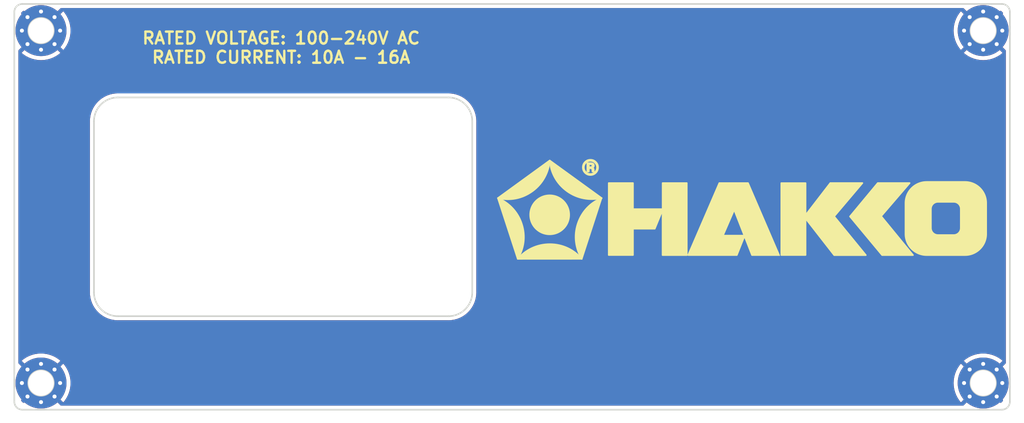
<source format=kicad_pcb>
(kicad_pcb (version 20211014) (generator pcbnew)
  (layers (0 "F.Cu" signal) (31 "B.Cu" signal) (34 "B.Paste" user) (35 "F.Paste" user) (36 "B.SilkS" user "B.Silkscreen") (37 "F.SilkS" user "F.Silkscreen") (38 "B.Mask" user) (39 "F.Mask" user) (44 "Edge.Cuts" user))
  (net 0 "")
  (net 1 "GND")
  (footprint "MountingHole:MountingHole_3.2mm_M3_Pad_Via" (layer "F.Cu") (at 200.15 35.85)
    (fp_text reference "H4")
    (fp_text value "MountingHole")
    (pad "1" thru_hole circle (at -2.4 0) (size 0.8 0.8) (drill 0.5) (layers *.Cu *.Mask) (net 1 "GND"))
    (pad "1" thru_hole circle (at -1.697056 -1.697056) (size 0.8 0.8) (drill 0.5) (layers *.Cu *.Mask) (net 1 "GND"))
    (pad "1" thru_hole circle (at 2.4 0) (size 0.8 0.8) (drill 0.5) (layers *.Cu *.Mask) (net 1 "GND"))
    (pad "1" thru_hole circle (at 0 2.4) (size 0.8 0.8) (drill 0.5) (layers *.Cu *.Mask) (net 1 "GND"))
    (pad "1" thru_hole circle (at 1.697056 1.697056) (size 0.8 0.8) (drill 0.5) (layers *.Cu *.Mask) (net 1 "GND"))
    (pad "1" thru_hole circle (at -1.697056 1.697056) (size 0.8 0.8) (drill 0.5) (layers *.Cu *.Mask) (net 1 "GND"))
    (pad "1" thru_hole circle (at 1.697056 -1.697056) (size 0.8 0.8) (drill 0.5) (layers *.Cu *.Mask) (net 1 "GND"))
    (pad "1" thru_hole circle (at 0 -2.4) (size 0.8 0.8) (drill 0.5) (layers *.Cu *.Mask) (net 1 "GND"))
    (pad "1" thru_hole circle (at 0 0) (size 6.4 6.4) (drill 3.2) (layers *.Cu *.Mask) (net 1 "GND"))
  )
  (footprint "MountingHole:MountingHole_3.2mm_M3_Pad_Via" (layer "F.Cu") (at 200.15 80.15)
    (fp_text reference "H2")
    (fp_text value "MountingHole")
    (pad "1" thru_hole circle (at -1.697056 1.697056) (size 0.8 0.8) (drill 0.5) (layers *.Cu *.Mask) (net 1 "GND"))
    (pad "1" thru_hole circle (at 2.4 0) (size 0.8 0.8) (drill 0.5) (layers *.Cu *.Mask) (net 1 "GND"))
    (pad "1" thru_hole circle (at 0 2.4) (size 0.8 0.8) (drill 0.5) (layers *.Cu *.Mask) (net 1 "GND"))
    (pad "1" thru_hole circle (at 1.697056 1.697056) (size 0.8 0.8) (drill 0.5) (layers *.Cu *.Mask) (net 1 "GND"))
    (pad "1" thru_hole circle (at 0 -2.4) (size 0.8 0.8) (drill 0.5) (layers *.Cu *.Mask) (net 1 "GND"))
    (pad "1" thru_hole circle (at -1.697056 -1.697056) (size 0.8 0.8) (drill 0.5) (layers *.Cu *.Mask) (net 1 "GND"))
    (pad "1" thru_hole circle (at 0 0) (size 6.4 6.4) (drill 3.2) (layers *.Cu *.Mask) (net 1 "GND"))
    (pad "1" thru_hole circle (at -2.4 0) (size 0.8 0.8) (drill 0.5) (layers *.Cu *.Mask) (net 1 "GND"))
    (pad "1" thru_hole circle (at 1.697056 -1.697056) (size 0.8 0.8) (drill 0.5) (layers *.Cu *.Mask) (net 1 "GND"))
  )
  (footprint "MountingHole:MountingHole_3.2mm_M3_Pad_Via" (layer "F.Cu") (at 81.85 80.15)
    (fp_text reference "H1")
    (fp_text value "MountingHole")
    (pad "1" thru_hole circle (at -2.4 0) (size 0.8 0.8) (drill 0.5) (layers *.Cu *.Mask) (net 1 "GND"))
    (pad "1" thru_hole circle (at 0 0) (size 6.4 6.4) (drill 3.2) (layers *.Cu *.Mask) (net 1 "GND"))
    (pad "1" thru_hole circle (at 0 -2.4) (size 0.8 0.8) (drill 0.5) (layers *.Cu *.Mask) (net 1 "GND"))
    (pad "1" thru_hole circle (at 2.4 0) (size 0.8 0.8) (drill 0.5) (layers *.Cu *.Mask) (net 1 "GND"))
    (pad "1" thru_hole circle (at -1.697056 -1.697056) (size 0.8 0.8) (drill 0.5) (layers *.Cu *.Mask) (net 1 "GND"))
    (pad "1" thru_hole circle (at 1.697056 1.697056) (size 0.8 0.8) (drill 0.5) (layers *.Cu *.Mask) (net 1 "GND"))
    (pad "1" thru_hole circle (at 0 2.4) (size 0.8 0.8) (drill 0.5) (layers *.Cu *.Mask) (net 1 "GND"))
    (pad "1" thru_hole circle (at 1.697056 -1.697056) (size 0.8 0.8) (drill 0.5) (layers *.Cu *.Mask) (net 1 "GND"))
    (pad "1" thru_hole circle (at -1.697056 1.697056) (size 0.8 0.8) (drill 0.5) (layers *.Cu *.Mask) (net 1 "GND"))
  )
  (footprint "MountingHole:MountingHole_3.2mm_M3_Pad_Via" (layer "F.Cu") (at 81.85 35.85)
    (fp_text reference "H3")
    (fp_text value "MountingHole")
    (pad "1" thru_hole circle (at -1.697056 1.697056) (size 0.8 0.8) (drill 0.5) (layers *.Cu *.Mask) (net 1 "GND"))
    (pad "1" thru_hole circle (at 1.697056 -1.697056) (size 0.8 0.8) (drill 0.5) (layers *.Cu *.Mask) (net 1 "GND"))
    (pad "1" thru_hole circle (at -2.4 0) (size 0.8 0.8) (drill 0.5) (layers *.Cu *.Mask) (net 1 "GND"))
    (pad "1" thru_hole circle (at 1.697056 1.697056) (size 0.8 0.8) (drill 0.5) (layers *.Cu *.Mask) (net 1 "GND"))
    (pad "1" thru_hole circle (at 0 -2.4) (size 0.8 0.8) (drill 0.5) (layers *.Cu *.Mask) (net 1 "GND"))
    (pad "1" thru_hole circle (at 2.4 0) (size 0.8 0.8) (drill 0.5) (layers *.Cu *.Mask) (net 1 "GND"))
    (pad "1" thru_hole circle (at 0 2.4) (size 0.8 0.8) (drill 0.5) (layers *.Cu *.Mask) (net 1 "GND"))
    (pad "1" thru_hole circle (at 0 0) (size 6.4 6.4) (drill 3.2) (layers *.Cu *.Mask) (net 1 "GND"))
    (pad "1" thru_hole circle (at -1.697056 -1.697056) (size 0.8 0.8) (drill 0.5) (layers *.Cu *.Mask) (net 1 "GND"))
  )
  (gr_poly (pts (xy 145.845489 56.558889) (xy 145.969794 56.568339) (xy 146.092289 56.583902) (xy 146.212821 56.605425) (xy 146.331237 56.632754) (xy 146.447383 56.665736) (xy 146.561105 56.704219) (xy 146.672249 56.748049) (xy 146.780662 56.797073) (xy 146.886191 56.851137) (xy 146.98868 56.910089) (xy 147.087978 56.973775) (xy 147.18393 57.042043) (xy 147.276382 57.114739) (xy 147.365181 57.191709) (xy 147.450173 57.272802) (xy 147.531205 57.357863) (xy 147.608122 57.446739) (xy 147.680772 57.539277) (xy 147.749 57.635325) (xy 147.812653 57.734729) (xy 147.871577 57.837335) (xy 147.925619 57.942991) (xy 147.974624 58.051544) (xy 148.01844 58.16284) (xy 148.056912 58.276726) (xy 148.089887 58.393048) (xy 148.117211 58.511655) (xy 148.13873 58.632393) (xy 148.154292 58.755107) (xy 148.163741 58.879646) (xy 148.166925 59.005857) (xy 148.163741 59.131817) (xy 148.154292 59.256121) (xy 148.13873 59.378616) (xy 148.117211 59.499149) (xy 148.089887 59.617564) (xy 148.056912 59.73371) (xy 148.01844 59.847432) (xy 147.974624 59.958576) (xy 147.925619 60.066989) (xy 147.871577 60.172518) (xy 147.812653 60.275007) (xy 147.749 60.374305) (xy 147.680772 60.470257) (xy 147.608122 60.562709) (xy 147.531205 60.651508) (xy 147.450173 60.7365) (xy 147.365181 60.817532) (xy 147.276382 60.894449) (xy 147.18393 60.967099) (xy 147.087978 61.035327) (xy 146.98868 61.09898) (xy 146.886191 61.157904) (xy 146.780662 61.211946) (xy 146.672249 61.260951) (xy 146.561105 61.304767) (xy 146.447383 61.343239) (xy 146.331237 61.376214) (xy 146.212821 61.403538) (xy 146.092289 61.425057) (xy 145.969794 61.440619) (xy 145.845489 61.450068) (xy 145.719529 61.453252) (xy 145.593323 61.450068) (xy 145.468795 61.440619) (xy 145.346099 61.425057) (xy 145.225387 61.403538) (xy 145.106811 61.376214) (xy 144.990525 61.343239) (xy 144.876681 61.304767) (xy 144.765432 61.260951) (xy 144.65693 61.211946) (xy 144.551327 61.157904) (xy 144.448778 61.09898) (xy 144.349434 61.035327) (xy 144.253448 60.967099) (xy 144.160972 60.894449) (xy 144.07216 60.817532) (xy 143.987163 60.7365) (xy 143.906135 60.651508) (xy 143.829229 60.562709) (xy 143.756596 60.470257) (xy 143.68839 60.374305) (xy 143.624763 60.275007) (xy 143.565868 60.172518) (xy 143.511857 60.066989) (xy 143.462884 59.958576) (xy 143.419101 59.847432) (xy 143.38066 59.73371) (xy 143.347714 59.617564) (xy 143.320416 59.499149) (xy 143.298919 59.378616) (xy 143.283374 59.256121) (xy 143.273936 59.131817) (xy 143.270756 59.005857) (xy 143.273936 58.879646) (xy 143.283374 58.755107) (xy 143.298919 58.632393) (xy 143.320416 58.511655) (xy 143.347714 58.393048) (xy 143.38066 58.276726) (xy 143.419101 58.16284) (xy 143.462884 58.051544) (xy 143.511857 57.942991) (xy 143.565868 57.837335) (xy 143.624763 57.734729) (xy 143.68839 57.635325) (xy 143.756596 57.539277) (xy 143.829229 57.446739) (xy 143.906135 57.357863) (xy 143.987163 57.272802) (xy 144.07216 57.191709) (xy 144.160972 57.114739) (xy 144.253448 57.042043) (xy 144.349434 56.973775) (xy 144.448778 56.910089) (xy 144.551327 56.851137) (xy 144.65693 56.797073) (xy 144.765432 56.748049) (xy 144.876681 56.704219) (xy 144.990525 56.665736) (xy 145.106811 56.632754) (xy 145.225387 56.605425) (xy 145.346099 56.583902) (xy 145.468795 56.568339) (xy 145.593323 56.558889) (xy 145.719529 56.555705)) (layer "F.SilkS") (width 0.2) (fill solid))
  (gr_poly (pts (xy 145.689525 52.456778) (xy 145.645051 52.732464) (xy 145.586204 53.005498) (xy 145.513082 53.275263) (xy 145.425781 53.541145) (xy 145.324398 53.802527) (xy 145.209031 54.058794) (xy 145.079775 54.30933) (xy 144.936728 54.55352) (xy 144.779987 54.790747) (xy 144.609649 55.020397) (xy 144.42581 55.241853) (xy 144.228567 55.4545) (xy 144.018018 55.657722) (xy 143.794259 55.850903) (xy 143.557388 56.033428) (xy 143.309072 56.20399) (xy 143.055397 56.358645) (xy 142.796881 56.497475) (xy 142.534043 56.620559) (xy 142.267403 56.727978) (xy 141.997478 56.819814) (xy 141.724787 56.896148) (xy 141.44985 56.957058) (xy 141.173185 57.002628) (xy 140.895311 57.032937) (xy 140.616746 57.048065) (xy 140.33801 57.048095) (xy 140.059621 57.033106) (xy 139.782098 57.00318) (xy 139.50596 56.958396) (xy 139.231726 56.898836) (xy 145.719529 52.179056)) (layer "F.SilkS") (width 0.2) (fill solid))
  (gr_poly (pts (xy 150.865746 52.511744) (xy 150.888267 52.512471) (xy 150.909975 52.513488) (xy 150.930867 52.514796) (xy 150.950942 52.516395) (xy 150.970197 52.518284) (xy 150.988631 52.520464) (xy 151.006241 52.522935) (xy 151.023025 52.525697) (xy 151.038982 52.528749) (xy 151.054109 52.532092) (xy 151.068405 52.535725) (xy 151.081867 52.539649) (xy 151.094493 52.543864) (xy 151.106281 52.54837) (xy 151.126063 52.557397) (xy 151.144583 52.567428) (xy 151.16184 52.578464) (xy 151.177831 52.590508) (xy 151.192555 52.60356) (xy 151.206008 52.617624) (xy 151.21819 52.632702) (xy 151.229098 52.648794) (xy 151.238731 52.665904) (xy 151.247086 52.684034) (xy 151.25416 52.703185) (xy 151.259953 52.723359) (xy 151.264463 52.744559) (xy 151.267686 52.766786) (xy 151.269622 52.790043) (xy 151.270267 52.814331) (xy 151.269863 52.831611) (xy 151.268652 52.848311) (xy 151.266634 52.864434) (xy 151.263808 52.879982) (xy 151.262092 52.88754) (xy 151.260174 52.894956) (xy 151.258055 52.902229) (xy 151.255733 52.909359) (xy 151.25321 52.916347) (xy 151.250485 52.923193) (xy 151.247558 52.929897) (xy 151.244429 52.93646) (xy 151.241098 52.942881) (xy 151.237566 52.949161) (xy 151.233832 52.955301) (xy 151.229895 52.9613) (xy 151.225757 52.967158) (xy 151.221417 52.972877) (xy 151.216875 52.978455) (xy 151.212132 52.983895) (xy 151.207186 52.989194) (xy 151.202038 52.994355) (xy 151.196689 52.999377) (xy 151.191138 53.004261) (xy 151.185385 53.009006) (xy 151.17943 53.013613) (xy 151.166915 53.022415) (xy 151.160019 53.026727) (xy 151.152771 53.03088) (xy 151.145171 53.034875) (xy 151.137222 53.038715) (xy 151.128926 53.042401) (xy 151.120284 53.045936) (xy 151.1113 53.049321) (xy 151.101974 53.052559) (xy 151.092309 53.055652) (xy 151.082308 53.058602) (xy 151.0613 53.064079) (xy 151.038969 53.069007) (xy 151.01533 53.073402) (xy 151.030317 53.075986) (xy 151.044788 53.079084) (xy 151.058747 53.082695) (xy 151.072196 53.086817) (xy 151.085135 53.091447) (xy 151.097568 53.096584) (xy 151.109497 53.102226) (xy 151.120922 53.10837) (xy 151.131847 53.115015) (xy 151.142274 53.122159) (xy 151.152204 53.129799) (xy 151.161639 53.137933) (xy 151.170582 53.146561) (xy 151.179034 53.155678) (xy 151.186998 53.165285) (xy 151.194475 53.175377) (xy 151.201241 53.185712) (xy 151.207585 53.196042) (xy 151.213506 53.206365) (xy 151.219 53.216675) (xy 151.224066 53.22697) (xy 151.228703 53.237244) (xy 151.232907 53.247493) (xy 151.236677 53.257715) (xy 151.240012 53.267904) (xy 151.242908 53.278057) (xy 151.245364 53.28817) (xy 151.247379 53.298238) (xy 151.248949 53.308258) (xy 151.250073 53.318225) (xy 151.250749 53.328135) (xy 151.250974 53.337986) (xy 151.250974 53.415156) (xy 151.251017 53.433824) (xy 151.251319 53.45288) (xy 151.251647 53.462674) (xy 151.252137 53.47271) (xy 151.252821 53.483037) (xy 151.25373 53.493704) (xy 151.254315 53.503587) (xy 151.25466 53.508189) (xy 151.255044 53.512566) (xy 151.255468 53.516716) (xy 151.255935 53.52064) (xy 151.256446 53.524338) (xy 151.257003 53.52781) (xy 151.257609 53.531056) (xy 151.258266 53.534076) (xy 151.258975 53.53687) (xy 151.259738 53.539438) (xy 151.260558 53.541779) (xy 151.261436 53.543895) (xy 151.262375 53.545784) (xy 151.263377 53.547447) (xy 151.270267 53.561228) (xy 151.093878 53.561228) (xy 151.093863 53.560468) (xy 151.093817 53.559737) (xy 151.093742 53.55903) (xy 151.093642 53.558343) (xy 151.093517 53.557672) (xy 151.09337 53.557013) (xy 151.093203 53.556362) (xy 151.093017 53.555716) (xy 151.0926 53.554418) (xy 151.092134 53.553089) (xy 151.091636 53.551695) (xy 151.091122 53.550204) (xy 151.091107 53.549671) (xy 151.091063 53.549108) (xy 151.090995 53.548517) (xy 151.090907 53.5479) (xy 151.090686 53.546594) (xy 151.090433 53.545208) (xy 151.09018 53.543757) (xy 151.08996 53.542258) (xy 151.089871 53.541496) (xy 151.089803 53.540727) (xy 151.08976 53.539954) (xy 151.089744 53.539179) (xy 151.08561 53.504728) (xy 151.08561 53.422046) (xy 151.085223 53.399792) (xy 151.08406 53.378506) (xy 151.082122 53.358184) (xy 151.079409 53.338825) (xy 151.075921 53.320427) (xy 151.073886 53.311588) (xy 151.071658 53.302988) (xy 151.069235 53.294628) (xy 151.066619 53.286506) (xy 151.063809 53.278623) (xy 151.060806 53.270979) (xy 151.057608 53.263572) (xy 151.054217 53.256404) (xy 151.050632 53.249473) (xy 151.046853 53.24278) (xy 151.04288 53.236324) (xy 151.038714 53.230105) (xy 151.034354 53.224122) (xy 151.0298 53.218376) (xy 151.025052 53.212866) (xy 151.020111 53.207593) (xy 151.014975 53.202554) (xy 151.009646 53.197751) (xy 151.004123 53.193184) (xy 150.998407 53.188851) (xy 150.992496 53.184753) (xy 150.986392 53.180889) (xy 150.978559 53.176884) (xy 150.970049 53.173138) (xy 150.96086 53.16965) (xy 150.950993 53.16642) (xy 150.940448 53.163449) (xy 150.929224 53.160736) (xy 150.917322 53.158281) (xy 150.904742 53.156085) (xy 150.891484 53.154147) (xy 150.877548 53.152467) (xy 150.84764 53.149884) (xy 150.815019 53.148333) (xy 150.779686 53.147816) (xy 150.633613 53.147816) (xy 150.633613 53.561228) (xy 150.448956 53.561228) (xy 150.448956 53.018281) (xy 150.633613 53.018281) (xy 150.801735 53.018281) (xy 150.83074 53.017896) (xy 150.844522 53.017418) (xy 150.857825 53.016752) (xy 150.870651 53.015901) (xy 150.883003 53.014865) (xy 150.894883 53.013648) (xy 150.906293 53.012252) (xy 150.917234 53.010678) (xy 150.927709 53.008928) (xy 150.93772 53.007005) (xy 150.947268 53.00491) (xy 150.956356 53.002645) (xy 150.964986 53.000213) (xy 150.97316 52.997615) (xy 150.980879 52.994854) (xy 150.994154 52.989122) (xy 151.006586 52.982778) (xy 151.018174 52.975824) (xy 151.028917 52.968262) (xy 151.038812 52.960095) (xy 151.047857 52.951325) (xy 151.05605 52.941953) (xy 151.063389 52.931981) (xy 151.069873 52.921412) (xy 151.075498 52.910248) (xy 151.080264 52.898489) (xy 151.084168 52.88614) (xy 151.087207 52.873201) (xy 151.089381 52.859675) (xy 151.090687 52.845563) (xy 151.091122 52.830868) (xy 151.090832 52.816705) (xy 151.089965 52.803153) (xy 151.089316 52.796607) (xy 151.088524 52.790212) (xy 151.08759 52.783969) (xy 151.086514 52.777878) (xy 151.085297 52.771938) (xy 151.083939 52.766149) (xy 151.082441 52.760511) (xy 151.080803 52.755024) (xy 151.079026 52.749688) (xy 151.07711 52.744501) (xy 151.075055 52.739464) (xy 151.072863 52.734577) (xy 151.070534 52.729839) (xy 151.068068 52.725251) (xy 151.065465 52.720811) (xy 151.062727 52.71652) (xy 151.059854 52.712377) (xy 151.056845 52.708383) (xy 151.053703 52.704536) (xy 151.050427 52.700837) (xy 151.047018 52.697285) (xy 151.043476 52.69388) (xy 151.039801 52.690622) (xy 151.035995 52.687511) (xy 151.032058 52.684546) (xy 151.02799 52.681728) (xy 151.023792 52.679055) (xy 151.019464 52.676527) (xy 151.01034 52.671779) (xy 151.00054 52.667352) (xy 150.990066 52.663244) (xy 150.97892 52.659452) (xy 150.967103 52.655976) (xy 150.954618 52.652813) (xy 150.941468 52.64996) (xy 150.927653 52.647416) (xy 150.913175 52.645179) (xy 150.898038 52.643247) (xy 150.882243 52.641618) (xy 150.865792 52.640289) (xy 150.830929 52.638526) (xy 150.793466 52.637942) (xy 150.633613 52.637942) (xy 150.633613 53.018281) (xy 150.448956 53.018281) (xy 150.448956 52.511163) (xy 150.81827 52.511163)) (layer "F.SilkS") (width 0.2) (fill solid))
  (gr_poly (pts (xy 156.178838 58.292033) (xy 159.900921 58.292033) (xy 159.900921 55.01368) (xy 162.933983 55.01368) (xy 162.933983 64.068769) (xy 159.894031 64.068769) (xy 159.894031 58.369203) (xy 158.917001 60.750453) (xy 156.178838 60.750453) (xy 156.178838 64.061878) (xy 153.134753 64.061878) (xy 153.134753 55.01368) (xy 156.178838 55.01368)) (layer "F.SilkS") (width 0.2) (fill solid))
  (gr_poly (pts (xy 146.031508 62.701581) (xy 146.327446 62.725625) (xy 146.618002 62.765257) (xy 146.902812 62.820115) (xy 147.181509 62.889839) (xy 147.453728 62.974065) (xy 147.719105 63.072435) (xy 147.977272 63.184585) (xy 148.227867 63.310155) (xy 148.470521 63.448784) (xy 148.704872 63.600109) (xy 148.930552 63.76377) (xy 149.147197 63.939406) (xy 149.354442 64.126655) (xy 149.55192 64.325155) (xy 149.739267 64.534546) (xy 141.71495 64.540058) (xy 141.902466 64.332877) (xy 142.100411 64.135887) (xy 142.308365 63.949527) (xy 142.525904 63.774235) (xy 142.752609 63.610449) (xy 142.988056 63.458608) (xy 143.231824 63.319148) (xy 143.48349 63.192509) (xy 143.742634 63.079128) (xy 144.008832 62.979443) (xy 144.281664 62.893893) (xy 144.560707 62.822915) (xy 144.845539 62.766947) (xy 145.135739 62.726428) (xy 145.430885 62.701795) (xy 145.730554 62.693487)) (layer "F.SilkS") (width 0.2) (fill solid))
  (gr_poly (pts (xy 139.475551 57.014373) (xy 139.723995 57.141686) (xy 139.965475 57.281874) (xy 140.199431 57.434656) (xy 140.425306 57.599752) (xy 140.642538 57.776881) (xy 140.85057 57.965762) (xy 141.048841 58.166115) (xy 141.236794 58.377659) (xy 141.413868 58.600113) (xy 141.579505 58.833198) (xy 141.733145 59.076632) (xy 141.87423 59.330134) (xy 142.002199 59.593425) (xy 142.116495 59.866224) (xy 142.216557 60.14825) (xy 142.302152 60.437305) (xy 142.370991 60.726429) (xy 142.423306 61.015173) (xy 142.459328 61.303089) (xy 142.47929 61.58973) (xy 142.483425 61.874647) (xy 142.471964 62.157392) (xy 142.445139 62.437516) (xy 142.403182 62.714573) (xy 142.346326 62.988112) (xy 142.274803 63.257688) (xy 142.188845 63.522851) (xy 142.088684 63.783152) (xy 141.974552 64.038145) (xy 141.846681 64.287381) (xy 141.705304 64.530412) (xy 139.220701 56.900214)) (layer "F.SilkS") (width 0.2) (fill solid))
  (gr_poly (pts (xy 149.746157 64.534546) (xy 149.607747 64.292438) (xy 149.482107 64.043456) (xy 149.369539 63.788156) (xy 149.270346 63.527092) (xy 149.184832 63.260821) (xy 149.113298 62.989897) (xy 149.056049 62.714875) (xy 149.013385 62.436311) (xy 148.985611 62.154759) (xy 148.973029 61.870774) (xy 148.975942 61.584912) (xy 148.994653 61.297728) (xy 149.029464 61.009777) (xy 149.080678 60.721614) (xy 149.148598 60.433794) (xy 149.233527 60.146873) (xy 149.3338 59.862562) (xy 149.447761 59.588043) (xy 149.574952 59.323549) (xy 149.714914 59.069311) (xy 149.867191 58.825562) (xy 150.031322 58.592534) (xy 150.206851 58.370459) (xy 150.393318 58.159569) (xy 150.590266 57.960096) (xy 150.797237 57.772273) (xy 151.013772 57.596331) (xy 151.239412 57.432503) (xy 151.473701 57.281021) (xy 151.716179 57.142117) (xy 151.966388 57.016023) (xy 152.22387 56.902971)) (layer "F.SilkS") (width 0.2) (fill solid))
  (gr_poly (pts (xy 174.513639 64.063257) (xy 171.120908 64.063257) (xy 170.180264 61.657971) (xy 169.220592 64.063257) (xy 163.114505 64.063257) (xy 164.167932 61.621373) (xy 167.469106 61.621373) (xy 170.165952 61.621373) (xy 170.180264 61.657971) (xy 170.194866 61.621373) (xy 170.165952 61.621373) (xy 168.887108 58.351289) (xy 167.469106 61.621373) (xy 164.167932 61.621373) (xy 167.018488 55.01368) (xy 170.624815 55.01368)) (layer "F.SilkS") (width 0.2) (fill solid))
  (gr_poly (pts (xy 152.22387 56.890569) (xy 151.951026 56.947752) (xy 151.675516 56.990562) (xy 151.397966 57.018904) (xy 151.119006 57.032678) (xy 150.839263 57.03179) (xy 150.559364 57.016142) (xy 150.279937 56.985637) (xy 150.001611 56.940178) (xy 149.725013 56.879668) (xy 149.45077 56.80401) (xy 149.179511 56.713108) (xy 148.911863 56.606865) (xy 148.648454 56.485183) (xy 148.389912 56.347966) (xy 148.136865 56.195116) (xy 147.88994 56.026538) (xy 147.650722 55.842622) (xy 147.425075 55.64881) (xy 147.21307 55.445608) (xy 147.014778 55.23352) (xy 146.830268 55.013051) (xy 146.659613 54.784705) (xy 146.502881 54.548987) (xy 146.360145 54.306402) (xy 146.231474 54.057454) (xy 146.11694 53.802648) (xy 146.016613 53.542489) (xy 145.930563 53.277481) (xy 145.858862 53.008129) (xy 145.801579 52.734938) (xy 145.758786 52.458412) (xy 145.730554 52.179056)) (layer "F.SilkS") (width 0.2) (fill solid))
  (gr_poly (pts (xy 181.436903 59.204294) (xy 185.415296 64.072903) (xy 181.443792 64.072903) (xy 177.847112 59.452341) (xy 177.847112 64.059122) (xy 174.800268 64.059122) (xy 174.800268 55.019192) (xy 177.847112 55.019192) (xy 177.847112 59.049954) (xy 180.954588 55.010924) (xy 184.983972 55.010924)) (layer "F.SilkS") (width 0.2) (fill solid))
  (gr_poly (pts (xy 187.334905 59.178111) (xy 191.336729 64.067391) (xy 187.458929 64.067391) (xy 183.429544 59.215318) (xy 186.914602 55.010924) (xy 190.913671 55.010924)) (layer "F.SilkS") (width 0.2) (fill solid))
  (gr_poly (pts (xy 150.884207 52.087809) (xy 150.932669 52.091057) (xy 150.980196 52.096474) (xy 151.026785 52.10406) (xy 151.072438 52.113818) (xy 151.117154 52.125751) (xy 151.160934 52.139859) (xy 151.203777 52.156146) (xy 151.245683 52.174612) (xy 151.286653 52.195261) (xy 151.326686 52.218094) (xy 151.365782 52.243113) (xy 151.403942 52.27032) (xy 151.441165 52.299717) (xy 151.477452 52.331307) (xy 151.512802 52.365091) (xy 151.546844 52.400425) (xy 151.578689 52.436663) (xy 151.608339 52.473805) (xy 151.635792 52.511852) (xy 151.661049 52.550803) (xy 151.684109 52.590658) (xy 151.704974 52.631418) (xy 151.723642 52.673082) (xy 151.740114 52.715651) (xy 151.754389 52.759123) (xy 151.766469 52.803501) (xy 151.776352 52.848782) (xy 151.784039 52.894968) (xy 151.78953 52.942058) (xy 151.792824 52.990053) (xy 151.793922 53.038951) (xy 151.792824 53.088109) (xy 151.78953 53.136364) (xy 151.784039 53.183719) (xy 151.776352 53.230176) (xy 151.766469 53.275736) (xy 151.754389 53.320402) (xy 151.740114 53.364176) (xy 151.723642 53.40706) (xy 151.704974 53.449055) (xy 151.684109 53.490165) (xy 151.661049 53.53039) (xy 151.635792 53.569733) (xy 151.608339 53.608196) (xy 151.578689 53.645781) (xy 151.546844 53.682489) (xy 151.512802 53.718324) (xy 151.477452 53.752139) (xy 151.441165 53.783816) (xy 151.403942 53.813349) (xy 151.365782 53.840733) (xy 151.326686 53.86596) (xy 151.286653 53.889026) (xy 151.245683 53.909924) (xy 151.203777 53.928647) (xy 151.160934 53.945191) (xy 151.117154 53.959548) (xy 151.072438 53.971713) (xy 151.026785 53.98168) (xy 150.980196 53.989443) (xy 150.932669 53.994995) (xy 150.884207 53.998331) (xy 150.834807 53.999444) (xy 150.78565 53.998331) (xy 150.7374 53.994995) (xy 150.690057 53.989443) (xy 150.643626 53.98168) (xy 150.598106 53.971713) (xy 150.553502 53.959548) (xy 150.509813 53.945191) (xy 150.467043 53.928647) (xy 150.425194 53.909924) (xy 150.384267 53.889026) (xy 150.344264 53.86596) (xy 150.305188 53.840733) (xy 150.267041 53.813349) (xy 150.229824 53.783816) (xy 150.19354 53.752139) (xy 150.15819 53.718324) (xy 150.124649 53.682732) (xy 150.093272 53.646233) (xy 150.064059 53.608826) (xy 150.037009 53.570508) (xy 150.012124 53.531278) (xy 149.989402 53.491134) (xy 149.968845 53.450073) (xy 149.950451 53.408093) (xy 149.934221 53.365193) (xy 149.920156 53.321371) (xy 149.908254 53.276624) (xy 149.898516 53.230951) (xy 149.890942 53.184349) (xy 149.885532 53.136816) (xy 149.882286 53.088351) (xy 149.881235 53.040329) (xy 150.01074 53.040329) (xy 150.011676 53.083075) (xy 150.014484 53.125014) (xy 150.019161 53.166145) (xy 150.025705 53.206469) (xy 150.034114 53.245985) (xy 150.044386 53.284694) (xy 150.05652 53.322596) (xy 150.070513 53.35969) (xy 150.086362 53.395976) (xy 150.104067 53.431455) (xy 150.123625 53.466127) (xy 150.145035 53.499991) (xy 150.168293 53.533048) (xy 150.193398 53.565297) (xy 150.220348 53.596739) (xy 150.249141 53.627374) (xy 150.27976 53.656667) (xy 150.311156 53.684086) (xy 150.343331 53.709627) (xy 150.376287 53.733289) (xy 150.410026 53.755069) (xy 150.444551 53.774967) (xy 150.479863 53.792978) (xy 150.515964 53.809103) (xy 150.552856 53.823337) (xy 150.590542 53.835681) (xy 150.629023 53.846131) (xy 150.668301 53.854686) (xy 150.708379 53.861343) (xy 150.749258 53.8661) (xy 150.790941 53.868956) (xy 150.833429 53.869908) (xy 150.876159 53.868956) (xy 150.918052 53.8661) (xy 150.959109 53.861343) (xy 150.999332 53.854686) (xy 151.038723 53.846131) (xy 151.077285 53.835681) (xy 151.115019 53.823337) (xy 151.151928 53.809103) (xy 151.188013 53.792978) (xy 151.223277 53.774967) (xy 151.25772 53.755069) (xy 151.291347 53.733289) (xy 151.324158 53.709627) (xy 151.356155 53.684086) (xy 151.387341 53.656667) (xy 151.417718 53.627374) (xy 151.446769 53.596739) (xy 151.473975 53.565297) (xy 151.499332 53.533048) (xy 151.522836 53.499991) (xy 151.544483 53.466127) (xy 151.564269 53.431455) (xy 151.582189 53.395976) (xy 151.59824 53.35969) (xy 151.612419 53.322596) (xy 151.624719 53.284694) (xy 151.635139 53.245985) (xy 151.643673 53.206469) (xy 151.650317 53.166145) (xy 151.655068 53.125014) (xy 151.657922 53.083075) (xy 151.658874 53.040329) (xy 151.657922 52.998084) (xy 151.655068 52.956614) (xy 151.650317 52.915918) (xy 151.643673 52.875998) (xy 151.635139 52.836853) (xy 151.624719 52.798484) (xy 151.612419 52.760889) (xy 151.59824 52.72407) (xy 151.582189 52.688025) (xy 151.564269 52.652756) (xy 151.544483 52.618262) (xy 151.522836 52.584543) (xy 151.499332 52.551599) (xy 151.473975 52.519431) (xy 151.446769 52.488037) (xy 151.417718 52.457419) (xy 151.387099 52.428141) (xy 151.355703 52.400766) (xy 151.323528 52.375293) (xy 151.290572 52.351719) (xy 151.256832 52.330043) (xy 151.222308 52.310262) (xy 151.186996 52.292375) (xy 151.150894 52.27638) (xy 151.114002 52.262273) (xy 151.076316 52.250054) (xy 151.037835 52.239721) (xy 150.998557 52.23127) (xy 150.958479 52.224701) (xy 150.9176 52.220012) (xy 150.875917 52.2172) (xy 150.833429 52.216263) (xy 150.791184 52.2172) (xy 150.749713 52.220012) (xy 150.709018 52.224701) (xy 150.669098 52.23127) (xy 150.629953 52.239721) (xy 150.591584 52.250054) (xy 150.553989 52.262273) (xy 150.51717 52.27638) (xy 150.481125 52.292375) (xy 150.445856 52.310262) (xy 150.411362 52.330043) (xy 150.377643 52.351719) (xy 150.3447 52.375293) (xy 150.312531 52.400766) (xy 150.281138 52.428141) (xy 150.250519 52.457419) (xy 150.221484 52.488037) (xy 150.194321 52.519431) (xy 150.169032 52.551599) (xy 150.145616 52.584543) (xy 150.124073 52.618262) (xy 150.104404 52.652756) (xy 150.086608 52.688025) (xy 150.070685 52.72407) (xy 150.056635 52.760889) (xy 150.044459 52.798484) (xy 150.034156 52.836853) (xy 150.025726 52.875998) (xy 150.01917 52.915918) (xy 150.014487 52.956614) (xy 150.011677 52.998084) (xy 150.01074 53.040329) (xy 149.881235 53.040329) (xy 149.881204 53.038951) (xy 149.882302 52.99028) (xy 149.885594 52.942454) (xy 149.891078 52.89548) (xy 149.898753 52.849363) (xy 149.908615 52.804111) (xy 149.920664 52.759729) (xy 149.934897 52.716223) (xy 149.951312 52.673599) (xy 149.969907 52.631863) (xy 149.990681 52.591022) (xy 150.01363 52.55108) (xy 150.038753 52.512046) (xy 150.066049 52.473923) (xy 150.095514 52.436719) (xy 150.127147 52.40044) (xy 150.160947 52.365091) (xy 150.19628 52.331307) (xy 150.232518 52.299717) (xy 150.269661 52.27032) (xy 150.307708 52.243113) (xy 150.346659 52.218094) (xy 150.386514 52.195261) (xy 150.427274 52.174612) (xy 150.468938 52.156146) (xy 150.511506 52.139859) (xy 150.554979 52.125751) (xy 150.599356 52.113818) (xy 150.644638 52.10406) (xy 150.690824 52.096474) (xy 150.737914 52.091057) (xy 150.785908 52.087809) (xy 150.834807 52.086727)) (layer "F.SilkS") (width 0.2) (fill solid))
  (gr_poly (pts (xy 198.006757 54.873816) (xy 198.141716 54.884063) (xy 198.274717 54.900938) (xy 198.405594 54.924274) (xy 198.534178 54.953907) (xy 198.660303 54.98967) (xy 198.783801 55.031397) (xy 198.904505 55.078922) (xy 199.022248 55.132078) (xy 199.136862 55.190701) (xy 199.24818 55.254623) (xy 199.356035 55.32368) (xy 199.46026 55.397704) (xy 199.560687 55.476529) (xy 199.657149 55.559991) (xy 199.749479 55.647922) (xy 199.837508 55.740157) (xy 199.921071 55.83653) (xy 200 55.936874) (xy 200.074127 56.041024) (xy 200.143286 56.148813) (xy 200.207308 56.260076) (xy 200.266027 56.374647) (xy 200.319275 56.492358) (xy 200.366886 56.613046) (xy 200.408691 56.736542) (xy 200.444523 56.862682) (xy 200.474216 56.9913) (xy 200.497601 57.122228) (xy 200.514512 57.255302) (xy 200.524782 57.390356) (xy 200.528242 57.527222) (xy 200.528242 61.409155) (xy 200.524782 61.546026) (xy 200.514512 61.68109) (xy 200.497601 61.814183) (xy 200.474216 61.945137) (xy 200.444523 62.073785) (xy 200.408691 62.199962) (xy 200.366886 62.3235) (xy 200.319275 62.444234) (xy 200.266027 62.561996) (xy 200.207308 62.67662) (xy 200.143286 62.78794) (xy 200.074127 62.895789) (xy 200 63) (xy 199.921071 63.100408) (xy 199.837508 63.196844) (xy 199.749479 63.289144) (xy 199.657149 63.377139) (xy 199.560687 63.460665) (xy 199.46026 63.539554) (xy 199.356035 63.613639) (xy 199.24818 63.682755) (xy 199.136862 63.746734) (xy 199.022248 63.805411) (xy 198.904505 63.858618) (xy 198.783801 63.906189) (xy 198.660303 63.947958) (xy 198.534178 63.983757) (xy 198.405594 64.013421) (xy 198.274717 64.036783) (xy 198.141716 64.053676) (xy 198.006757 64.063934) (xy 197.870008 64.067391) (xy 193.052385 64.067391) (xy 192.915511 64.063934) (xy 192.780435 64.053676) (xy 192.647324 64.036783) (xy 192.516345 64.013421) (xy 192.387665 63.983757) (xy 192.261452 63.947958) (xy 192.137872 63.906189) (xy 192.017092 63.858618) (xy 191.899279 63.805411) (xy 191.784601 63.746734) (xy 191.673224 63.682755) (xy 191.565316 63.613639) (xy 191.461043 63.539554) (xy 191.360573 63.460665) (xy 191.264072 63.377139) (xy 191.171708 63.289144) (xy 191.083647 63.196844) (xy 191.000058 63.100408) (xy 190.921106 63) (xy 190.846959 62.895789) (xy 190.777783 62.78794) (xy 190.713747 62.67662) (xy 190.655017 62.561996) (xy 190.601759 62.444234) (xy 190.554142 62.3235) (xy 190.512331 62.199962) (xy 190.476495 62.073785) (xy 190.446799 61.945137) (xy 190.423412 61.814183) (xy 190.4065 61.68109) (xy 190.396231 61.546026) (xy 190.39277 61.409155) (xy 190.39277 60.662258) (xy 193.588442 60.662258) (xy 193.589591 60.707841) (xy 193.593003 60.752828) (xy 193.598623 60.797162) (xy 193.606396 60.840787) (xy 193.616268 60.883648) (xy 193.628183 60.92569) (xy 193.642087 60.966856) (xy 193.657925 61.007091) (xy 193.675642 61.046339) (xy 193.695184 61.084543) (xy 193.716496 61.12165) (xy 193.739522 61.157601) (xy 193.76421 61.192343) (xy 193.790502 61.225819) (xy 193.818346 61.257973) (xy 193.847685 61.288749) (xy 193.878466 61.318092) (xy 193.910633 61.345947) (xy 193.944132 61.372256) (xy 193.978908 61.396966) (xy 194.014907 61.420018) (xy 194.052073 61.441359) (xy 194.090352 61.460932) (xy 194.129688 61.478682) (xy 194.170028 61.494552) (xy 194.211317 61.508487) (xy 194.253499 61.520431) (xy 194.29652 61.530329) (xy 194.340326 61.538124) (xy 194.384861 61.543761) (xy 194.430071 61.547184) (xy 194.4759 61.548337) (xy 196.452005 61.548337) (xy 196.497709 61.547184) (xy 196.542802 61.543761) (xy 196.587226 61.538124) (xy 196.630929 61.530329) (xy 196.673855 61.520431) (xy 196.715948 61.508487) (xy 196.757155 61.494552) (xy 196.797419 61.478682) (xy 196.836686 61.460932) (xy 196.8749 61.441359) (xy 196.912008 61.420018) (xy 196.947953 61.396966) (xy 196.982681 61.372256) (xy 197.016137 61.345947) (xy 197.048266 61.318092) (xy 197.079012 61.288749) (xy 197.108321 61.257973) (xy 197.136138 61.225819) (xy 197.162408 61.192343) (xy 197.187075 61.157601) (xy 197.210085 61.12165) (xy 197.231383 61.084543) (xy 197.250913 61.046339) (xy 197.268621 61.007091) (xy 197.284452 60.966856) (xy 197.298351 60.92569) (xy 197.310262 60.883648) (xy 197.320131 60.840787) (xy 197.327902 60.797162) (xy 197.333522 60.752828) (xy 197.336933 60.707841) (xy 197.338083 60.662258) (xy 197.338083 58.261716) (xy 197.336933 58.216133) (xy 197.333522 58.171147) (xy 197.327902 58.126813) (xy 197.320131 58.083188) (xy 197.310262 58.040326) (xy 197.298351 57.998285) (xy 197.284452 57.957118) (xy 197.268621 57.916884) (xy 197.250913 57.877636) (xy 197.231383 57.839431) (xy 197.210085 57.802325) (xy 197.187075 57.766373) (xy 197.162408 57.731632) (xy 197.136138 57.698156) (xy 197.108321 57.666002) (xy 197.079012 57.635226) (xy 197.048266 57.605882) (xy 197.016137 57.578028) (xy 196.982681 57.551718) (xy 196.947953 57.527009) (xy 196.912008 57.503957) (xy 196.8749 57.482616) (xy 196.836686 57.463043) (xy 196.797419 57.445293) (xy 196.757155 57.429423) (xy 196.715948 57.415488) (xy 196.673855 57.403544) (xy 196.630929 57.393646) (xy 196.587226 57.385851) (xy 196.542802 57.380214) (xy 196.497709 57.376791) (xy 196.452005 57.375638) (xy 194.4759 57.375638) (xy 194.430071 57.376791) (xy 194.384861 57.380214) (xy 194.340326 57.385851) (xy 194.29652 57.393646) (xy 194.253499 57.403544) (xy 194.211317 57.415488) (xy 194.170028 57.429423) (xy 194.129688 57.445293) (xy 194.090352 57.463043) (xy 194.052073 57.482616) (xy 194.014907 57.503957) (xy 193.978908 57.527009) (xy 193.944132 57.551718) (xy 193.910633 57.578028) (xy 193.878466 57.605882) (xy 193.847685 57.635226) (xy 193.818346 57.666002) (xy 193.790502 57.698156) (xy 193.76421 57.731632) (xy 193.739522 57.766373) (xy 193.716496 57.802325) (xy 193.695184 57.839431) (xy 193.675642 57.877636) (xy 193.657925 57.916884) (xy 193.642087 57.957118) (xy 193.628183 57.998285) (xy 193.616268 58.040326) (xy 193.606396 58.083188) (xy 193.598623 58.126813) (xy 193.593003 58.171147) (xy 193.589591 58.216133) (xy 193.588442 58.261716) (xy 193.588442 60.662258) (xy 190.39277 60.662258) (xy 190.39277 57.527222) (xy 190.396231 57.390356) (xy 190.4065 57.255302) (xy 190.423412 57.122228) (xy 190.446799 56.9913) (xy 190.476495 56.862682) (xy 190.512331 56.736542) (xy 190.554142 56.613046) (xy 190.601759 56.492358) (xy 190.655017 56.374647) (xy 190.713747 56.260076) (xy 190.777783 56.148813) (xy 190.846959 56.041024) (xy 190.921106 55.936874) (xy 191.000058 55.83653) (xy 191.083647 55.740157) (xy 191.171708 55.647922) (xy 191.264072 55.559991) (xy 191.360573 55.476529) (xy 191.461043 55.397704) (xy 191.565316 55.32368) (xy 191.673224 55.254623) (xy 191.784601 55.190701) (xy 191.899279 55.132078) (xy 192.017092 55.078922) (xy 192.137872 55.031397) (xy 192.261452 54.98967) (xy 192.387665 54.953907) (xy 192.516345 54.924274) (xy 192.647324 54.900938) (xy 192.780435 54.884063) (xy 192.915511 54.873816) (xy 193.052385 54.870364) (xy 197.870008 54.870364)) (layer "F.SilkS") (width 0.2) (fill solid))
  (gr_line (start 78.5 82.5) (end 78.5 33.5) (layer "Edge.Cuts") (width 0.2))
  (gr_arc (start 88.5 47.25) (mid 89.37868 45.12868) (end 91.5 44.25) (layer "Edge.Cuts") (width 0.2))
  (gr_line (start 203.5 33.5) (end 203.5 82.5) (layer "Edge.Cuts") (width 0.2))
  (gr_line (start 202.5 83.5) (end 79.5 83.5) (layer "Edge.Cuts") (width 0.2))
  (gr_line (start 91.5 44.25) (end 133 44.25) (layer "Edge.Cuts") (width 0.2))
  (gr_arc (start 136 68.75) (mid 135.12132 70.87132) (end 133 71.75) (layer "Edge.Cuts") (width 0.2))
  (gr_circle (center 81.85 80.15) (end 83.45 80.15) (layer "Edge.Cuts") (width 0.2) (fill none))
  (gr_arc (start 79.5 83.5) (mid 78.792893 83.207107) (end 78.5 82.5) (layer "Edge.Cuts") (width 0.2))
  (gr_circle (center 200.15 35.85) (end 201.75 35.85) (layer "Edge.Cuts") (width 0.2) (fill none))
  (gr_line (start 79.5 32.5) (end 202.5 32.5) (layer "Edge.Cuts") (width 0.2))
  (gr_line (start 133 71.75) (end 91.5 71.75) (layer "Edge.Cuts") (width 0.2))
  (gr_arc (start 133 44.25) (mid 135.12132 45.12868) (end 136 47.25) (layer "Edge.Cuts") (width 0.2))
  (gr_arc (start 91.5 71.75) (mid 89.37868 70.87132) (end 88.5 68.75) (layer "Edge.Cuts") (width 0.2))
  (gr_circle (center 200.15 80.15) (end 201.75 80.15) (layer "Edge.Cuts") (width 0.2) (fill none))
  (gr_arc (start 78.5 33.5) (mid 78.792893 32.792893) (end 79.5 32.5) (layer "Edge.Cuts") (width 0.2))
  (gr_arc (start 203.5 82.5) (mid 203.207107 83.207107) (end 202.5 83.5) (layer "Edge.Cuts") (width 0.2))
  (gr_line (start 136 47.25) (end 136 68.75) (layer "Edge.Cuts") (width 0.2))
  (gr_arc (start 202.5 32.5) (mid 203.207107 32.792893) (end 203.5 33.5) (layer "Edge.Cuts") (width 0.2))
  (gr_circle (center 81.85 35.85) (end 83.45 35.85) (layer "Edge.Cuts") (width 0.2) (fill none))
  (gr_line (start 88.5 68.75) (end 88.5 47.25) (layer "Edge.Cuts") (width 0.2))
  (gr_text "RATED VOLTAGE: 100-240V AC\nRATED CURRENT: 10A - 16A" (at 112 38) (layer "F.SilkS") (effects (font (size 1.5 1.5) (thickness 0.3))))
  (zone (net 1) (net_name "GND") (layers F&B.Cu) (connect_pads (clearance 0.508)) (min_thickness 0.254) (fill yes (thermal_gap 0.508) (thermal_bridge_width 0.508))
    (polygon (pts (xy 204 84) (xy 78 84) (xy 78 32) (xy 204 32)))
  )
)
</source>
